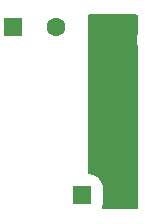
<source format=gbr>
%TF.GenerationSoftware,KiCad,Pcbnew,9.0.0*%
%TF.CreationDate,2025-09-22T19:59:37-07:00*%
%TF.ProjectId,eDNA Tipping Bucket,65444e41-2054-4697-9070-696e67204275,rev?*%
%TF.SameCoordinates,Original*%
%TF.FileFunction,Copper,L2,Bot*%
%TF.FilePolarity,Positive*%
%FSLAX46Y46*%
G04 Gerber Fmt 4.6, Leading zero omitted, Abs format (unit mm)*
G04 Created by KiCad (PCBNEW 9.0.0) date 2025-09-22 19:59:37*
%MOMM*%
%LPD*%
G01*
G04 APERTURE LIST*
G04 Aperture macros list*
%AMRoundRect*
0 Rectangle with rounded corners*
0 $1 Rounding radius*
0 $2 $3 $4 $5 $6 $7 $8 $9 X,Y pos of 4 corners*
0 Add a 4 corners polygon primitive as box body*
4,1,4,$2,$3,$4,$5,$6,$7,$8,$9,$2,$3,0*
0 Add four circle primitives for the rounded corners*
1,1,$1+$1,$2,$3*
1,1,$1+$1,$4,$5*
1,1,$1+$1,$6,$7*
1,1,$1+$1,$8,$9*
0 Add four rect primitives between the rounded corners*
20,1,$1+$1,$2,$3,$4,$5,0*
20,1,$1+$1,$4,$5,$6,$7,0*
20,1,$1+$1,$6,$7,$8,$9,0*
20,1,$1+$1,$8,$9,$2,$3,0*%
G04 Aperture macros list end*
%TA.AperFunction,ComponentPad*%
%ADD10RoundRect,0.250000X-0.550000X-0.550000X0.550000X-0.550000X0.550000X0.550000X-0.550000X0.550000X0*%
%TD*%
%TA.AperFunction,ComponentPad*%
%ADD11C,1.600000*%
%TD*%
G04 APERTURE END LIST*
D10*
%TO.P,J1,1,Pin_1*%
%TO.N,3.3V*%
X140050000Y-88100000D03*
D11*
%TO.P,J1,2,Pin_2*%
%TO.N,A4*%
X143650000Y-88100000D03*
%TO.P,J1,3,Pin_3*%
%TO.N,/GND*%
X147250000Y-88100000D03*
%TD*%
D10*
%TO.P,J2,1,Pin_1*%
%TO.N,Bckt_IN*%
X145850000Y-102300000D03*
D11*
%TO.P,J2,2,Pin_2*%
%TO.N,/GND*%
X149450000Y-102300000D03*
%TD*%
%TA.AperFunction,Conductor*%
%TO.N,/GND*%
G36*
X150568039Y-87019685D02*
G01*
X150613794Y-87072489D01*
X150625000Y-87124000D01*
X150625000Y-88601352D01*
X150620775Y-88633445D01*
X150581161Y-88781284D01*
X150549500Y-89021783D01*
X150549500Y-89264360D01*
X150581161Y-89504859D01*
X150620775Y-89652698D01*
X150625000Y-89684791D01*
X150625000Y-103376000D01*
X150605315Y-103443039D01*
X150552511Y-103488794D01*
X150501000Y-103500000D01*
X147670726Y-103500000D01*
X147603687Y-103480315D01*
X147557932Y-103427511D01*
X147547988Y-103358353D01*
X147557826Y-103324720D01*
X147585096Y-103264683D01*
X147640096Y-103046412D01*
X147650500Y-102914217D01*
X147650499Y-101685784D01*
X147640096Y-101553588D01*
X147585096Y-101335317D01*
X147492007Y-101130374D01*
X147363819Y-100945346D01*
X147204654Y-100786181D01*
X147204650Y-100786178D01*
X147204645Y-100786174D01*
X147019632Y-100657997D01*
X147019630Y-100657995D01*
X147019626Y-100657993D01*
X146814683Y-100564904D01*
X146814681Y-100564903D01*
X146814678Y-100564902D01*
X146596420Y-100509905D01*
X146596414Y-100509904D01*
X146489270Y-100501471D01*
X146423982Y-100476586D01*
X146382511Y-100420355D01*
X146375000Y-100377853D01*
X146375000Y-87124000D01*
X146394685Y-87056961D01*
X146447489Y-87011206D01*
X146499000Y-87000000D01*
X150501000Y-87000000D01*
X150568039Y-87019685D01*
G37*
%TD.AperFunction*%
%TD*%
M02*

</source>
